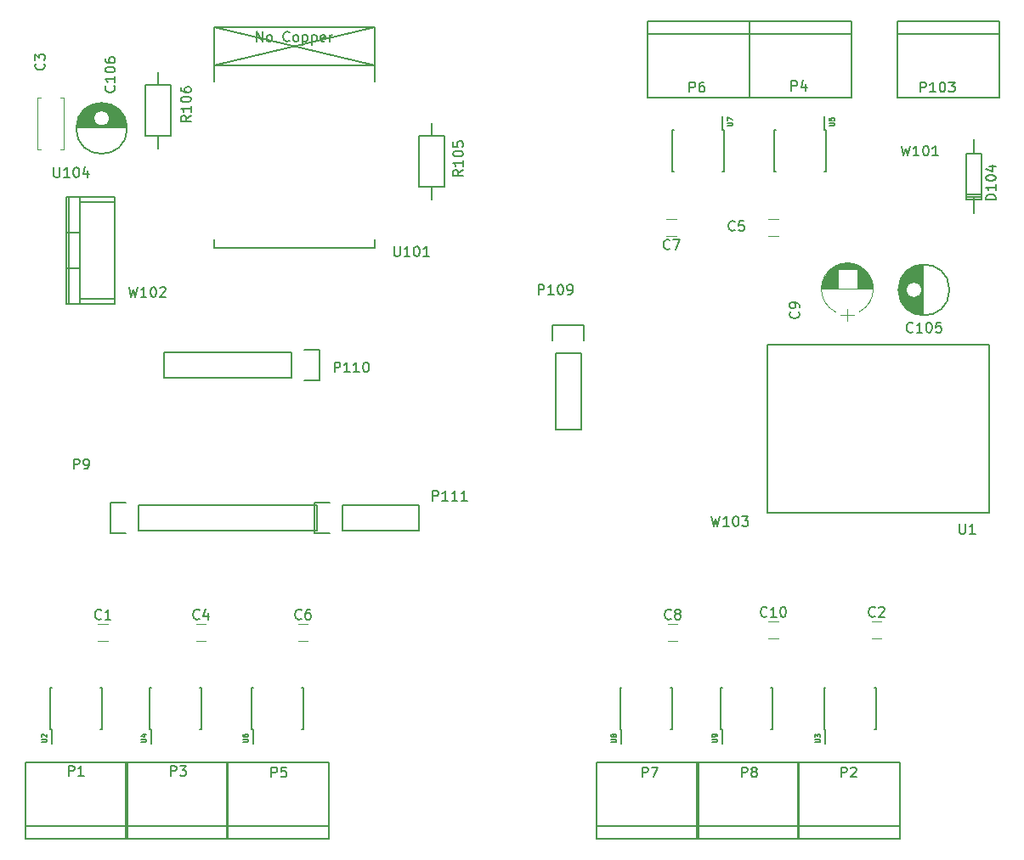
<source format=gbr>
G04 #@! TF.FileFunction,Legend,Top*
%FSLAX46Y46*%
G04 Gerber Fmt 4.6, Leading zero omitted, Abs format (unit mm)*
G04 Created by KiCad (PCBNEW 4.0.7-e2-6376~58~ubuntu16.04.1) date Tue Dec 12 15:57:28 2017*
%MOMM*%
%LPD*%
G01*
G04 APERTURE LIST*
%ADD10C,0.100000*%
%ADD11C,0.150000*%
%ADD12C,0.152400*%
%ADD13C,0.120000*%
%ADD14C,0.127000*%
G04 APERTURE END LIST*
D10*
D11*
X160563000Y-56599000D02*
X160418000Y-56599000D01*
X160563000Y-60749000D02*
X160418000Y-60749000D01*
X155413000Y-60749000D02*
X155558000Y-60749000D01*
X155413000Y-56599000D02*
X155558000Y-56599000D01*
X160563000Y-56599000D02*
X160563000Y-60749000D01*
X155413000Y-56599000D02*
X155413000Y-60749000D01*
X160418000Y-56599000D02*
X160418000Y-55199000D01*
X164846000Y-94742000D02*
X164846000Y-77978000D01*
X164846000Y-77978000D02*
X186944000Y-77978000D01*
X186944000Y-77978000D02*
X186944000Y-94742000D01*
X186944000Y-94742000D02*
X164846000Y-94742000D01*
X177800000Y-46990000D02*
X187960000Y-46990000D01*
X177800000Y-45720000D02*
X177800000Y-53340000D01*
X177800000Y-53340000D02*
X187960000Y-53340000D01*
X187960000Y-53340000D02*
X187960000Y-45720000D01*
X187960000Y-45720000D02*
X177800000Y-45720000D01*
X122555000Y-96520000D02*
X130175000Y-96520000D01*
X122555000Y-93980000D02*
X130175000Y-93980000D01*
X119735000Y-93700000D02*
X121285000Y-93700000D01*
X130175000Y-96520000D02*
X130175000Y-93980000D01*
X122555000Y-93980000D02*
X122555000Y-96520000D01*
X121285000Y-96800000D02*
X119735000Y-96800000D01*
X119735000Y-96800000D02*
X119735000Y-93700000D01*
X96393000Y-63754000D02*
X99822000Y-63754000D01*
X96393000Y-73406000D02*
X99822000Y-73406000D01*
X95250000Y-63246000D02*
X95250000Y-73914000D01*
X96266000Y-66802000D02*
X94996000Y-66802000D01*
X96266000Y-70358000D02*
X94996000Y-70358000D01*
X96393000Y-73914000D02*
X96393000Y-63246000D01*
X99822000Y-63246000D02*
X99822000Y-73914000D01*
X94996000Y-73914000D02*
X99822000Y-73914000D01*
X94996000Y-63246000D02*
X99822000Y-63246000D01*
X94996000Y-63246000D02*
X94996000Y-73914000D01*
D12*
X109800000Y-46300000D02*
X125800000Y-46300000D01*
X125800000Y-46300000D02*
X125800000Y-51700000D01*
X109800000Y-46300000D02*
X109800000Y-51700000D01*
X109800000Y-67500000D02*
X109800000Y-68300000D01*
X109800000Y-68300000D02*
X125800000Y-68300000D01*
X125800000Y-68300000D02*
X125800000Y-67500000D01*
X125800000Y-46300000D02*
X109800000Y-50100000D01*
X109800000Y-46300000D02*
X125800000Y-50100000D01*
X109792000Y-50100000D02*
X125792000Y-50100000D01*
D11*
X180408000Y-75016000D02*
X180408000Y-70018000D01*
X180268000Y-75008000D02*
X180268000Y-72671000D01*
X180268000Y-72363000D02*
X180268000Y-70026000D01*
X180128000Y-74992000D02*
X180128000Y-72990000D01*
X180128000Y-72044000D02*
X180128000Y-70042000D01*
X179988000Y-74968000D02*
X179988000Y-73137000D01*
X179988000Y-71897000D02*
X179988000Y-70066000D01*
X179848000Y-74935000D02*
X179848000Y-73229000D01*
X179848000Y-71805000D02*
X179848000Y-70099000D01*
X179708000Y-74894000D02*
X179708000Y-73285000D01*
X179708000Y-71749000D02*
X179708000Y-70140000D01*
X179568000Y-74844000D02*
X179568000Y-73312000D01*
X179568000Y-71722000D02*
X179568000Y-70190000D01*
X179428000Y-74783000D02*
X179428000Y-73315000D01*
X179428000Y-71719000D02*
X179428000Y-70251000D01*
X179288000Y-74713000D02*
X179288000Y-73293000D01*
X179288000Y-71741000D02*
X179288000Y-70321000D01*
X179148000Y-74631000D02*
X179148000Y-73243000D01*
X179148000Y-71791000D02*
X179148000Y-70403000D01*
X179008000Y-74536000D02*
X179008000Y-73161000D01*
X179008000Y-71873000D02*
X179008000Y-70498000D01*
X178868000Y-74425000D02*
X178868000Y-73029000D01*
X178868000Y-72005000D02*
X178868000Y-70609000D01*
X178728000Y-74297000D02*
X178728000Y-72782000D01*
X178728000Y-72252000D02*
X178728000Y-70737000D01*
X178588000Y-74148000D02*
X178588000Y-70886000D01*
X178448000Y-73969000D02*
X178448000Y-71065000D01*
X178308000Y-73750000D02*
X178308000Y-71284000D01*
X178168000Y-73461000D02*
X178168000Y-71573000D01*
X178028000Y-72989000D02*
X178028000Y-72045000D01*
X180283000Y-72517000D02*
G75*
G03X180283000Y-72517000I-800000J0D01*
G01*
X183020500Y-72517000D02*
G75*
G03X183020500Y-72517000I-2537500J0D01*
G01*
X96053000Y-56329000D02*
X101051000Y-56329000D01*
X96061000Y-56189000D02*
X98398000Y-56189000D01*
X98706000Y-56189000D02*
X101043000Y-56189000D01*
X96077000Y-56049000D02*
X98079000Y-56049000D01*
X99025000Y-56049000D02*
X101027000Y-56049000D01*
X96101000Y-55909000D02*
X97932000Y-55909000D01*
X99172000Y-55909000D02*
X101003000Y-55909000D01*
X96134000Y-55769000D02*
X97840000Y-55769000D01*
X99264000Y-55769000D02*
X100970000Y-55769000D01*
X96175000Y-55629000D02*
X97784000Y-55629000D01*
X99320000Y-55629000D02*
X100929000Y-55629000D01*
X96225000Y-55489000D02*
X97757000Y-55489000D01*
X99347000Y-55489000D02*
X100879000Y-55489000D01*
X96286000Y-55349000D02*
X97754000Y-55349000D01*
X99350000Y-55349000D02*
X100818000Y-55349000D01*
X96356000Y-55209000D02*
X97776000Y-55209000D01*
X99328000Y-55209000D02*
X100748000Y-55209000D01*
X96438000Y-55069000D02*
X97826000Y-55069000D01*
X99278000Y-55069000D02*
X100666000Y-55069000D01*
X96533000Y-54929000D02*
X97908000Y-54929000D01*
X99196000Y-54929000D02*
X100571000Y-54929000D01*
X96644000Y-54789000D02*
X98040000Y-54789000D01*
X99064000Y-54789000D02*
X100460000Y-54789000D01*
X96772000Y-54649000D02*
X98287000Y-54649000D01*
X98817000Y-54649000D02*
X100332000Y-54649000D01*
X96921000Y-54509000D02*
X100183000Y-54509000D01*
X97100000Y-54369000D02*
X100004000Y-54369000D01*
X97319000Y-54229000D02*
X99785000Y-54229000D01*
X97608000Y-54089000D02*
X99496000Y-54089000D01*
X98080000Y-53949000D02*
X99024000Y-53949000D01*
X99352000Y-55404000D02*
G75*
G03X99352000Y-55404000I-800000J0D01*
G01*
X101089500Y-56404000D02*
G75*
G03X101089500Y-56404000I-2537500J0D01*
G01*
X185417460Y-58927480D02*
X185417460Y-57530480D01*
X185417460Y-63372480D02*
X185417460Y-64896480D01*
X184655460Y-62991480D02*
X186179460Y-62991480D01*
X184655460Y-63245480D02*
X186179460Y-63245480D01*
X185417460Y-63499480D02*
X186179460Y-63499480D01*
X186179460Y-63499480D02*
X186179460Y-58927480D01*
X186179460Y-58927480D02*
X184655460Y-58927480D01*
X184655460Y-58927480D02*
X184655460Y-63499480D01*
X184655460Y-63499480D02*
X185417460Y-63499480D01*
X101092000Y-125984000D02*
X90932000Y-125984000D01*
X101092000Y-127254000D02*
X101092000Y-119634000D01*
X101092000Y-119634000D02*
X90932000Y-119634000D01*
X90932000Y-119634000D02*
X90932000Y-127254000D01*
X90932000Y-127254000D02*
X101092000Y-127254000D01*
X102235000Y-93980000D02*
X120015000Y-93980000D01*
X120015000Y-93980000D02*
X120015000Y-96520000D01*
X120015000Y-96520000D02*
X102235000Y-96520000D01*
X99415000Y-93700000D02*
X100965000Y-93700000D01*
X102235000Y-93980000D02*
X102235000Y-96520000D01*
X100965000Y-96800000D02*
X99415000Y-96800000D01*
X99415000Y-96800000D02*
X99415000Y-93700000D01*
X143764000Y-78867000D02*
X143764000Y-86487000D01*
X146304000Y-78867000D02*
X146304000Y-86487000D01*
X146584000Y-76047000D02*
X146584000Y-77597000D01*
X143764000Y-86487000D02*
X146304000Y-86487000D01*
X146304000Y-78867000D02*
X143764000Y-78867000D01*
X143484000Y-77597000D02*
X143484000Y-76047000D01*
X143484000Y-76047000D02*
X146584000Y-76047000D01*
X117475000Y-81280000D02*
X104775000Y-81280000D01*
X104775000Y-81280000D02*
X104775000Y-78740000D01*
X104775000Y-78740000D02*
X117475000Y-78740000D01*
X120295000Y-81560000D02*
X118745000Y-81560000D01*
X117475000Y-81280000D02*
X117475000Y-78740000D01*
X118745000Y-78460000D02*
X120295000Y-78460000D01*
X120295000Y-78460000D02*
X120295000Y-81560000D01*
X130175000Y-62230000D02*
X130175000Y-57150000D01*
X130175000Y-57150000D02*
X132715000Y-57150000D01*
X132715000Y-57150000D02*
X132715000Y-62230000D01*
X132715000Y-62230000D02*
X130175000Y-62230000D01*
X131445000Y-62230000D02*
X131445000Y-63500000D01*
X131445000Y-57150000D02*
X131445000Y-55880000D01*
X102870000Y-57150000D02*
X102870000Y-52070000D01*
X102870000Y-52070000D02*
X105410000Y-52070000D01*
X105410000Y-52070000D02*
X105410000Y-57150000D01*
X105410000Y-57150000D02*
X102870000Y-57150000D01*
X104140000Y-57150000D02*
X104140000Y-58420000D01*
X104140000Y-52070000D02*
X104140000Y-50800000D01*
D13*
X92162000Y-58480000D02*
X92162000Y-53360000D01*
X94782000Y-58480000D02*
X94782000Y-53360000D01*
X92162000Y-58480000D02*
X92476000Y-58480000D01*
X94468000Y-58480000D02*
X94782000Y-58480000D01*
X92162000Y-53360000D02*
X92476000Y-53360000D01*
X94468000Y-53360000D02*
X94782000Y-53360000D01*
X171667277Y-70100278D02*
G75*
G03X171667000Y-74711580I1179723J-2305722D01*
G01*
X174026723Y-70100278D02*
G75*
G02X174027000Y-74711580I-1179723J-2305722D01*
G01*
X174026723Y-70100278D02*
G75*
G03X171667000Y-70100420I-1179723J-2305722D01*
G01*
X170297000Y-72406000D02*
X175397000Y-72406000D01*
X170297000Y-72366000D02*
X171867000Y-72366000D01*
X173827000Y-72366000D02*
X175397000Y-72366000D01*
X170298000Y-72326000D02*
X171867000Y-72326000D01*
X173827000Y-72326000D02*
X175396000Y-72326000D01*
X170299000Y-72286000D02*
X171867000Y-72286000D01*
X173827000Y-72286000D02*
X175395000Y-72286000D01*
X170301000Y-72246000D02*
X171867000Y-72246000D01*
X173827000Y-72246000D02*
X175393000Y-72246000D01*
X170304000Y-72206000D02*
X171867000Y-72206000D01*
X173827000Y-72206000D02*
X175390000Y-72206000D01*
X170308000Y-72166000D02*
X171867000Y-72166000D01*
X173827000Y-72166000D02*
X175386000Y-72166000D01*
X170312000Y-72126000D02*
X171867000Y-72126000D01*
X173827000Y-72126000D02*
X175382000Y-72126000D01*
X170316000Y-72086000D02*
X171867000Y-72086000D01*
X173827000Y-72086000D02*
X175378000Y-72086000D01*
X170322000Y-72046000D02*
X171867000Y-72046000D01*
X173827000Y-72046000D02*
X175372000Y-72046000D01*
X170328000Y-72006000D02*
X171867000Y-72006000D01*
X173827000Y-72006000D02*
X175366000Y-72006000D01*
X170334000Y-71966000D02*
X171867000Y-71966000D01*
X173827000Y-71966000D02*
X175360000Y-71966000D01*
X170341000Y-71926000D02*
X171867000Y-71926000D01*
X173827000Y-71926000D02*
X175353000Y-71926000D01*
X170349000Y-71886000D02*
X171867000Y-71886000D01*
X173827000Y-71886000D02*
X175345000Y-71886000D01*
X170358000Y-71846000D02*
X171867000Y-71846000D01*
X173827000Y-71846000D02*
X175336000Y-71846000D01*
X170367000Y-71806000D02*
X171867000Y-71806000D01*
X173827000Y-71806000D02*
X175327000Y-71806000D01*
X170377000Y-71766000D02*
X171867000Y-71766000D01*
X173827000Y-71766000D02*
X175317000Y-71766000D01*
X170387000Y-71726000D02*
X171867000Y-71726000D01*
X173827000Y-71726000D02*
X175307000Y-71726000D01*
X170399000Y-71685000D02*
X171867000Y-71685000D01*
X173827000Y-71685000D02*
X175295000Y-71685000D01*
X170411000Y-71645000D02*
X171867000Y-71645000D01*
X173827000Y-71645000D02*
X175283000Y-71645000D01*
X170423000Y-71605000D02*
X171867000Y-71605000D01*
X173827000Y-71605000D02*
X175271000Y-71605000D01*
X170437000Y-71565000D02*
X171867000Y-71565000D01*
X173827000Y-71565000D02*
X175257000Y-71565000D01*
X170451000Y-71525000D02*
X171867000Y-71525000D01*
X173827000Y-71525000D02*
X175243000Y-71525000D01*
X170465000Y-71485000D02*
X171867000Y-71485000D01*
X173827000Y-71485000D02*
X175229000Y-71485000D01*
X170481000Y-71445000D02*
X171867000Y-71445000D01*
X173827000Y-71445000D02*
X175213000Y-71445000D01*
X170497000Y-71405000D02*
X171867000Y-71405000D01*
X173827000Y-71405000D02*
X175197000Y-71405000D01*
X170514000Y-71365000D02*
X171867000Y-71365000D01*
X173827000Y-71365000D02*
X175180000Y-71365000D01*
X170532000Y-71325000D02*
X171867000Y-71325000D01*
X173827000Y-71325000D02*
X175162000Y-71325000D01*
X170551000Y-71285000D02*
X171867000Y-71285000D01*
X173827000Y-71285000D02*
X175143000Y-71285000D01*
X170571000Y-71245000D02*
X171867000Y-71245000D01*
X173827000Y-71245000D02*
X175123000Y-71245000D01*
X170591000Y-71205000D02*
X171867000Y-71205000D01*
X173827000Y-71205000D02*
X175103000Y-71205000D01*
X170613000Y-71165000D02*
X171867000Y-71165000D01*
X173827000Y-71165000D02*
X175081000Y-71165000D01*
X170635000Y-71125000D02*
X171867000Y-71125000D01*
X173827000Y-71125000D02*
X175059000Y-71125000D01*
X170658000Y-71085000D02*
X171867000Y-71085000D01*
X173827000Y-71085000D02*
X175036000Y-71085000D01*
X170682000Y-71045000D02*
X171867000Y-71045000D01*
X173827000Y-71045000D02*
X175012000Y-71045000D01*
X170707000Y-71005000D02*
X171867000Y-71005000D01*
X173827000Y-71005000D02*
X174987000Y-71005000D01*
X170734000Y-70965000D02*
X171867000Y-70965000D01*
X173827000Y-70965000D02*
X174960000Y-70965000D01*
X170761000Y-70925000D02*
X171867000Y-70925000D01*
X173827000Y-70925000D02*
X174933000Y-70925000D01*
X170789000Y-70885000D02*
X171867000Y-70885000D01*
X173827000Y-70885000D02*
X174905000Y-70885000D01*
X170819000Y-70845000D02*
X171867000Y-70845000D01*
X173827000Y-70845000D02*
X174875000Y-70845000D01*
X170850000Y-70805000D02*
X171867000Y-70805000D01*
X173827000Y-70805000D02*
X174844000Y-70805000D01*
X170882000Y-70765000D02*
X171867000Y-70765000D01*
X173827000Y-70765000D02*
X174812000Y-70765000D01*
X170915000Y-70725000D02*
X171867000Y-70725000D01*
X173827000Y-70725000D02*
X174779000Y-70725000D01*
X170950000Y-70685000D02*
X171867000Y-70685000D01*
X173827000Y-70685000D02*
X174744000Y-70685000D01*
X170986000Y-70645000D02*
X171867000Y-70645000D01*
X173827000Y-70645000D02*
X174708000Y-70645000D01*
X171024000Y-70605000D02*
X171867000Y-70605000D01*
X173827000Y-70605000D02*
X174670000Y-70605000D01*
X171064000Y-70565000D02*
X171867000Y-70565000D01*
X173827000Y-70565000D02*
X174630000Y-70565000D01*
X171105000Y-70525000D02*
X171867000Y-70525000D01*
X173827000Y-70525000D02*
X174589000Y-70525000D01*
X171148000Y-70485000D02*
X171867000Y-70485000D01*
X173827000Y-70485000D02*
X174546000Y-70485000D01*
X171193000Y-70445000D02*
X171867000Y-70445000D01*
X173827000Y-70445000D02*
X174501000Y-70445000D01*
X171241000Y-70405000D02*
X174453000Y-70405000D01*
X171291000Y-70365000D02*
X174403000Y-70365000D01*
X171343000Y-70325000D02*
X174351000Y-70325000D01*
X171399000Y-70285000D02*
X174295000Y-70285000D01*
X171457000Y-70245000D02*
X174237000Y-70245000D01*
X171520000Y-70205000D02*
X174174000Y-70205000D01*
X171586000Y-70165000D02*
X174108000Y-70165000D01*
X171658000Y-70125000D02*
X174036000Y-70125000D01*
X171735000Y-70085000D02*
X173959000Y-70085000D01*
X171819000Y-70045000D02*
X173875000Y-70045000D01*
X171913000Y-70005000D02*
X173781000Y-70005000D01*
X172018000Y-69965000D02*
X173676000Y-69965000D01*
X172140000Y-69925000D02*
X173554000Y-69925000D01*
X172288000Y-69885000D02*
X173406000Y-69885000D01*
X172493000Y-69845000D02*
X173201000Y-69845000D01*
X172847000Y-75606000D02*
X172847000Y-74406000D01*
X172197000Y-75006000D02*
X173497000Y-75006000D01*
X176268000Y-105576000D02*
X175268000Y-105576000D01*
X175268000Y-107276000D02*
X176268000Y-107276000D01*
X108958000Y-105830000D02*
X107958000Y-105830000D01*
X107958000Y-107530000D02*
X108958000Y-107530000D01*
X164981000Y-67144000D02*
X165981000Y-67144000D01*
X165981000Y-65444000D02*
X164981000Y-65444000D01*
X119118000Y-105830000D02*
X118118000Y-105830000D01*
X118118000Y-107530000D02*
X119118000Y-107530000D01*
X154821000Y-67144000D02*
X155821000Y-67144000D01*
X155821000Y-65444000D02*
X154821000Y-65444000D01*
X155948000Y-105830000D02*
X154948000Y-105830000D01*
X154948000Y-107530000D02*
X155948000Y-107530000D01*
X165981000Y-105576000D02*
X164981000Y-105576000D01*
X164981000Y-107276000D02*
X165981000Y-107276000D01*
D11*
X178054000Y-125984000D02*
X167894000Y-125984000D01*
X178054000Y-127254000D02*
X178054000Y-119634000D01*
X178054000Y-119634000D02*
X167894000Y-119634000D01*
X167894000Y-119634000D02*
X167894000Y-127254000D01*
X167894000Y-127254000D02*
X178054000Y-127254000D01*
X111125000Y-125984000D02*
X100965000Y-125984000D01*
X111125000Y-127254000D02*
X111125000Y-119634000D01*
X111125000Y-119634000D02*
X100965000Y-119634000D01*
X100965000Y-119634000D02*
X100965000Y-127254000D01*
X100965000Y-127254000D02*
X111125000Y-127254000D01*
X163068000Y-46990000D02*
X173228000Y-46990000D01*
X163068000Y-45720000D02*
X163068000Y-53340000D01*
X163068000Y-53340000D02*
X173228000Y-53340000D01*
X173228000Y-53340000D02*
X173228000Y-45720000D01*
X173228000Y-45720000D02*
X163068000Y-45720000D01*
X121158000Y-125984000D02*
X110998000Y-125984000D01*
X121158000Y-127254000D02*
X121158000Y-119634000D01*
X121158000Y-119634000D02*
X110998000Y-119634000D01*
X110998000Y-119634000D02*
X110998000Y-127254000D01*
X110998000Y-127254000D02*
X121158000Y-127254000D01*
X152908000Y-46990000D02*
X163068000Y-46990000D01*
X152908000Y-45720000D02*
X152908000Y-53340000D01*
X152908000Y-53340000D02*
X163068000Y-53340000D01*
X163068000Y-53340000D02*
X163068000Y-45720000D01*
X163068000Y-45720000D02*
X152908000Y-45720000D01*
X157988000Y-125984000D02*
X147828000Y-125984000D01*
X157988000Y-127254000D02*
X157988000Y-119634000D01*
X157988000Y-119634000D02*
X147828000Y-119634000D01*
X147828000Y-119634000D02*
X147828000Y-127254000D01*
X147828000Y-127254000D02*
X157988000Y-127254000D01*
X168021000Y-125984000D02*
X157861000Y-125984000D01*
X168021000Y-127254000D02*
X168021000Y-119634000D01*
X168021000Y-119634000D02*
X157861000Y-119634000D01*
X157861000Y-119634000D02*
X157861000Y-127254000D01*
X157861000Y-127254000D02*
X168021000Y-127254000D01*
X93437000Y-116375000D02*
X93582000Y-116375000D01*
X93437000Y-112225000D02*
X93582000Y-112225000D01*
X98587000Y-112225000D02*
X98442000Y-112225000D01*
X98587000Y-116375000D02*
X98442000Y-116375000D01*
X93437000Y-116375000D02*
X93437000Y-112225000D01*
X98587000Y-116375000D02*
X98587000Y-112225000D01*
X93582000Y-116375000D02*
X93582000Y-117775000D01*
X170526000Y-116375000D02*
X170671000Y-116375000D01*
X170526000Y-112225000D02*
X170671000Y-112225000D01*
X175676000Y-112225000D02*
X175531000Y-112225000D01*
X175676000Y-116375000D02*
X175531000Y-116375000D01*
X170526000Y-116375000D02*
X170526000Y-112225000D01*
X175676000Y-116375000D02*
X175676000Y-112225000D01*
X170671000Y-116375000D02*
X170671000Y-117775000D01*
X103343000Y-116375000D02*
X103488000Y-116375000D01*
X103343000Y-112225000D02*
X103488000Y-112225000D01*
X108493000Y-112225000D02*
X108348000Y-112225000D01*
X108493000Y-116375000D02*
X108348000Y-116375000D01*
X103343000Y-116375000D02*
X103343000Y-112225000D01*
X108493000Y-116375000D02*
X108493000Y-112225000D01*
X103488000Y-116375000D02*
X103488000Y-117775000D01*
X170723000Y-56599000D02*
X170578000Y-56599000D01*
X170723000Y-60749000D02*
X170578000Y-60749000D01*
X165573000Y-60749000D02*
X165718000Y-60749000D01*
X165573000Y-56599000D02*
X165718000Y-56599000D01*
X170723000Y-56599000D02*
X170723000Y-60749000D01*
X165573000Y-56599000D02*
X165573000Y-60749000D01*
X170578000Y-56599000D02*
X170578000Y-55199000D01*
X113503000Y-116375000D02*
X113648000Y-116375000D01*
X113503000Y-112225000D02*
X113648000Y-112225000D01*
X118653000Y-112225000D02*
X118508000Y-112225000D01*
X118653000Y-116375000D02*
X118508000Y-116375000D01*
X113503000Y-116375000D02*
X113503000Y-112225000D01*
X118653000Y-116375000D02*
X118653000Y-112225000D01*
X113648000Y-116375000D02*
X113648000Y-117775000D01*
X150206000Y-116375000D02*
X150351000Y-116375000D01*
X150206000Y-112225000D02*
X150351000Y-112225000D01*
X155356000Y-112225000D02*
X155211000Y-112225000D01*
X155356000Y-116375000D02*
X155211000Y-116375000D01*
X150206000Y-116375000D02*
X150206000Y-112225000D01*
X155356000Y-116375000D02*
X155356000Y-112225000D01*
X150351000Y-116375000D02*
X150351000Y-117775000D01*
X160239000Y-116375000D02*
X160384000Y-116375000D01*
X160239000Y-112225000D02*
X160384000Y-112225000D01*
X165389000Y-112225000D02*
X165244000Y-112225000D01*
X165389000Y-116375000D02*
X165244000Y-116375000D01*
X160239000Y-116375000D02*
X160239000Y-112225000D01*
X165389000Y-116375000D02*
X165389000Y-112225000D01*
X160384000Y-116375000D02*
X160384000Y-117775000D01*
D13*
X99179000Y-105830000D02*
X98179000Y-105830000D01*
X98179000Y-107530000D02*
X99179000Y-107530000D01*
D14*
X160884810Y-56140048D02*
X161296048Y-56140048D01*
X161344429Y-56115857D01*
X161368619Y-56091667D01*
X161392810Y-56043286D01*
X161392810Y-55946524D01*
X161368619Y-55898143D01*
X161344429Y-55873952D01*
X161296048Y-55849762D01*
X160884810Y-55849762D01*
X160884810Y-55656239D02*
X160884810Y-55317572D01*
X161392810Y-55535286D01*
D11*
X184023095Y-95845381D02*
X184023095Y-96654905D01*
X184070714Y-96750143D01*
X184118333Y-96797762D01*
X184213571Y-96845381D01*
X184404048Y-96845381D01*
X184499286Y-96797762D01*
X184546905Y-96750143D01*
X184594524Y-96654905D01*
X184594524Y-95845381D01*
X185594524Y-96845381D02*
X185023095Y-96845381D01*
X185308809Y-96845381D02*
X185308809Y-95845381D01*
X185213571Y-95988238D01*
X185118333Y-96083476D01*
X185023095Y-96131095D01*
X180128524Y-52781381D02*
X180128524Y-51781381D01*
X180509477Y-51781381D01*
X180604715Y-51829000D01*
X180652334Y-51876619D01*
X180699953Y-51971857D01*
X180699953Y-52114714D01*
X180652334Y-52209952D01*
X180604715Y-52257571D01*
X180509477Y-52305190D01*
X180128524Y-52305190D01*
X181652334Y-52781381D02*
X181080905Y-52781381D01*
X181366619Y-52781381D02*
X181366619Y-51781381D01*
X181271381Y-51924238D01*
X181176143Y-52019476D01*
X181080905Y-52067095D01*
X182271381Y-51781381D02*
X182366620Y-51781381D01*
X182461858Y-51829000D01*
X182509477Y-51876619D01*
X182557096Y-51971857D01*
X182604715Y-52162333D01*
X182604715Y-52400429D01*
X182557096Y-52590905D01*
X182509477Y-52686143D01*
X182461858Y-52733762D01*
X182366620Y-52781381D01*
X182271381Y-52781381D01*
X182176143Y-52733762D01*
X182128524Y-52686143D01*
X182080905Y-52590905D01*
X182033286Y-52400429D01*
X182033286Y-52162333D01*
X182080905Y-51971857D01*
X182128524Y-51876619D01*
X182176143Y-51829000D01*
X182271381Y-51781381D01*
X182938048Y-51781381D02*
X183557096Y-51781381D01*
X183223762Y-52162333D01*
X183366620Y-52162333D01*
X183461858Y-52209952D01*
X183509477Y-52257571D01*
X183557096Y-52352810D01*
X183557096Y-52590905D01*
X183509477Y-52686143D01*
X183461858Y-52733762D01*
X183366620Y-52781381D01*
X183080905Y-52781381D01*
X182985667Y-52733762D01*
X182938048Y-52686143D01*
X131532524Y-93543381D02*
X131532524Y-92543381D01*
X131913477Y-92543381D01*
X132008715Y-92591000D01*
X132056334Y-92638619D01*
X132103953Y-92733857D01*
X132103953Y-92876714D01*
X132056334Y-92971952D01*
X132008715Y-93019571D01*
X131913477Y-93067190D01*
X131532524Y-93067190D01*
X133056334Y-93543381D02*
X132484905Y-93543381D01*
X132770619Y-93543381D02*
X132770619Y-92543381D01*
X132675381Y-92686238D01*
X132580143Y-92781476D01*
X132484905Y-92829095D01*
X134008715Y-93543381D02*
X133437286Y-93543381D01*
X133723000Y-93543381D02*
X133723000Y-92543381D01*
X133627762Y-92686238D01*
X133532524Y-92781476D01*
X133437286Y-92829095D01*
X134961096Y-93543381D02*
X134389667Y-93543381D01*
X134675381Y-93543381D02*
X134675381Y-92543381D01*
X134580143Y-92686238D01*
X134484905Y-92781476D01*
X134389667Y-92829095D01*
X93789714Y-60285381D02*
X93789714Y-61094905D01*
X93837333Y-61190143D01*
X93884952Y-61237762D01*
X93980190Y-61285381D01*
X94170667Y-61285381D01*
X94265905Y-61237762D01*
X94313524Y-61190143D01*
X94361143Y-61094905D01*
X94361143Y-60285381D01*
X95361143Y-61285381D02*
X94789714Y-61285381D01*
X95075428Y-61285381D02*
X95075428Y-60285381D01*
X94980190Y-60428238D01*
X94884952Y-60523476D01*
X94789714Y-60571095D01*
X95980190Y-60285381D02*
X96075429Y-60285381D01*
X96170667Y-60333000D01*
X96218286Y-60380619D01*
X96265905Y-60475857D01*
X96313524Y-60666333D01*
X96313524Y-60904429D01*
X96265905Y-61094905D01*
X96218286Y-61190143D01*
X96170667Y-61237762D01*
X96075429Y-61285381D01*
X95980190Y-61285381D01*
X95884952Y-61237762D01*
X95837333Y-61190143D01*
X95789714Y-61094905D01*
X95742095Y-60904429D01*
X95742095Y-60666333D01*
X95789714Y-60475857D01*
X95837333Y-60380619D01*
X95884952Y-60333000D01*
X95980190Y-60285381D01*
X97170667Y-60618714D02*
X97170667Y-61285381D01*
X96932571Y-60237762D02*
X96694476Y-60952048D01*
X97313524Y-60952048D01*
X127698714Y-68159381D02*
X127698714Y-68968905D01*
X127746333Y-69064143D01*
X127793952Y-69111762D01*
X127889190Y-69159381D01*
X128079667Y-69159381D01*
X128174905Y-69111762D01*
X128222524Y-69064143D01*
X128270143Y-68968905D01*
X128270143Y-68159381D01*
X129270143Y-69159381D02*
X128698714Y-69159381D01*
X128984428Y-69159381D02*
X128984428Y-68159381D01*
X128889190Y-68302238D01*
X128793952Y-68397476D01*
X128698714Y-68445095D01*
X129889190Y-68159381D02*
X129984429Y-68159381D01*
X130079667Y-68207000D01*
X130127286Y-68254619D01*
X130174905Y-68349857D01*
X130222524Y-68540333D01*
X130222524Y-68778429D01*
X130174905Y-68968905D01*
X130127286Y-69064143D01*
X130079667Y-69111762D01*
X129984429Y-69159381D01*
X129889190Y-69159381D01*
X129793952Y-69111762D01*
X129746333Y-69064143D01*
X129698714Y-68968905D01*
X129651095Y-68778429D01*
X129651095Y-68540333D01*
X129698714Y-68349857D01*
X129746333Y-68254619D01*
X129793952Y-68207000D01*
X129889190Y-68159381D01*
X131174905Y-69159381D02*
X130603476Y-69159381D01*
X130889190Y-69159381D02*
X130889190Y-68159381D01*
X130793952Y-68302238D01*
X130698714Y-68397476D01*
X130603476Y-68445095D01*
X113977714Y-47752381D02*
X113977714Y-46752381D01*
X114549143Y-47752381D01*
X114549143Y-46752381D01*
X115168190Y-47752381D02*
X115072952Y-47704762D01*
X115025333Y-47657143D01*
X114977714Y-47561905D01*
X114977714Y-47276190D01*
X115025333Y-47180952D01*
X115072952Y-47133333D01*
X115168190Y-47085714D01*
X115311048Y-47085714D01*
X115406286Y-47133333D01*
X115453905Y-47180952D01*
X115501524Y-47276190D01*
X115501524Y-47561905D01*
X115453905Y-47657143D01*
X115406286Y-47704762D01*
X115311048Y-47752381D01*
X115168190Y-47752381D01*
X117263429Y-47657143D02*
X117215810Y-47704762D01*
X117072953Y-47752381D01*
X116977715Y-47752381D01*
X116834857Y-47704762D01*
X116739619Y-47609524D01*
X116692000Y-47514286D01*
X116644381Y-47323810D01*
X116644381Y-47180952D01*
X116692000Y-46990476D01*
X116739619Y-46895238D01*
X116834857Y-46800000D01*
X116977715Y-46752381D01*
X117072953Y-46752381D01*
X117215810Y-46800000D01*
X117263429Y-46847619D01*
X117834857Y-47752381D02*
X117739619Y-47704762D01*
X117692000Y-47657143D01*
X117644381Y-47561905D01*
X117644381Y-47276190D01*
X117692000Y-47180952D01*
X117739619Y-47133333D01*
X117834857Y-47085714D01*
X117977715Y-47085714D01*
X118072953Y-47133333D01*
X118120572Y-47180952D01*
X118168191Y-47276190D01*
X118168191Y-47561905D01*
X118120572Y-47657143D01*
X118072953Y-47704762D01*
X117977715Y-47752381D01*
X117834857Y-47752381D01*
X118596762Y-47085714D02*
X118596762Y-48085714D01*
X118596762Y-47133333D02*
X118692000Y-47085714D01*
X118882477Y-47085714D01*
X118977715Y-47133333D01*
X119025334Y-47180952D01*
X119072953Y-47276190D01*
X119072953Y-47561905D01*
X119025334Y-47657143D01*
X118977715Y-47704762D01*
X118882477Y-47752381D01*
X118692000Y-47752381D01*
X118596762Y-47704762D01*
X119501524Y-47085714D02*
X119501524Y-48085714D01*
X119501524Y-47133333D02*
X119596762Y-47085714D01*
X119787239Y-47085714D01*
X119882477Y-47133333D01*
X119930096Y-47180952D01*
X119977715Y-47276190D01*
X119977715Y-47561905D01*
X119930096Y-47657143D01*
X119882477Y-47704762D01*
X119787239Y-47752381D01*
X119596762Y-47752381D01*
X119501524Y-47704762D01*
X120787239Y-47704762D02*
X120692001Y-47752381D01*
X120501524Y-47752381D01*
X120406286Y-47704762D01*
X120358667Y-47609524D01*
X120358667Y-47228571D01*
X120406286Y-47133333D01*
X120501524Y-47085714D01*
X120692001Y-47085714D01*
X120787239Y-47133333D01*
X120834858Y-47228571D01*
X120834858Y-47323810D01*
X120358667Y-47419048D01*
X121263429Y-47752381D02*
X121263429Y-47085714D01*
X121263429Y-47276190D02*
X121311048Y-47180952D01*
X121358667Y-47133333D01*
X121453905Y-47085714D01*
X121549144Y-47085714D01*
X179363953Y-76674143D02*
X179316334Y-76721762D01*
X179173477Y-76769381D01*
X179078239Y-76769381D01*
X178935381Y-76721762D01*
X178840143Y-76626524D01*
X178792524Y-76531286D01*
X178744905Y-76340810D01*
X178744905Y-76197952D01*
X178792524Y-76007476D01*
X178840143Y-75912238D01*
X178935381Y-75817000D01*
X179078239Y-75769381D01*
X179173477Y-75769381D01*
X179316334Y-75817000D01*
X179363953Y-75864619D01*
X180316334Y-76769381D02*
X179744905Y-76769381D01*
X180030619Y-76769381D02*
X180030619Y-75769381D01*
X179935381Y-75912238D01*
X179840143Y-76007476D01*
X179744905Y-76055095D01*
X180935381Y-75769381D02*
X181030620Y-75769381D01*
X181125858Y-75817000D01*
X181173477Y-75864619D01*
X181221096Y-75959857D01*
X181268715Y-76150333D01*
X181268715Y-76388429D01*
X181221096Y-76578905D01*
X181173477Y-76674143D01*
X181125858Y-76721762D01*
X181030620Y-76769381D01*
X180935381Y-76769381D01*
X180840143Y-76721762D01*
X180792524Y-76674143D01*
X180744905Y-76578905D01*
X180697286Y-76388429D01*
X180697286Y-76150333D01*
X180744905Y-75959857D01*
X180792524Y-75864619D01*
X180840143Y-75817000D01*
X180935381Y-75769381D01*
X182173477Y-75769381D02*
X181697286Y-75769381D01*
X181649667Y-76245571D01*
X181697286Y-76197952D01*
X181792524Y-76150333D01*
X182030620Y-76150333D01*
X182125858Y-76197952D01*
X182173477Y-76245571D01*
X182221096Y-76340810D01*
X182221096Y-76578905D01*
X182173477Y-76674143D01*
X182125858Y-76721762D01*
X182030620Y-76769381D01*
X181792524Y-76769381D01*
X181697286Y-76721762D01*
X181649667Y-76674143D01*
X99798143Y-52173047D02*
X99845762Y-52220666D01*
X99893381Y-52363523D01*
X99893381Y-52458761D01*
X99845762Y-52601619D01*
X99750524Y-52696857D01*
X99655286Y-52744476D01*
X99464810Y-52792095D01*
X99321952Y-52792095D01*
X99131476Y-52744476D01*
X99036238Y-52696857D01*
X98941000Y-52601619D01*
X98893381Y-52458761D01*
X98893381Y-52363523D01*
X98941000Y-52220666D01*
X98988619Y-52173047D01*
X99893381Y-51220666D02*
X99893381Y-51792095D01*
X99893381Y-51506381D02*
X98893381Y-51506381D01*
X99036238Y-51601619D01*
X99131476Y-51696857D01*
X99179095Y-51792095D01*
X98893381Y-50601619D02*
X98893381Y-50506380D01*
X98941000Y-50411142D01*
X98988619Y-50363523D01*
X99083857Y-50315904D01*
X99274333Y-50268285D01*
X99512429Y-50268285D01*
X99702905Y-50315904D01*
X99798143Y-50363523D01*
X99845762Y-50411142D01*
X99893381Y-50506380D01*
X99893381Y-50601619D01*
X99845762Y-50696857D01*
X99798143Y-50744476D01*
X99702905Y-50792095D01*
X99512429Y-50839714D01*
X99274333Y-50839714D01*
X99083857Y-50792095D01*
X98988619Y-50744476D01*
X98941000Y-50696857D01*
X98893381Y-50601619D01*
X98893381Y-49411142D02*
X98893381Y-49601619D01*
X98941000Y-49696857D01*
X98988619Y-49744476D01*
X99131476Y-49839714D01*
X99321952Y-49887333D01*
X99702905Y-49887333D01*
X99798143Y-49839714D01*
X99845762Y-49792095D01*
X99893381Y-49696857D01*
X99893381Y-49506380D01*
X99845762Y-49411142D01*
X99798143Y-49363523D01*
X99702905Y-49315904D01*
X99464810Y-49315904D01*
X99369571Y-49363523D01*
X99321952Y-49411142D01*
X99274333Y-49506380D01*
X99274333Y-49696857D01*
X99321952Y-49792095D01*
X99369571Y-49839714D01*
X99464810Y-49887333D01*
X187650381Y-63539476D02*
X186650381Y-63539476D01*
X186650381Y-63301381D01*
X186698000Y-63158523D01*
X186793238Y-63063285D01*
X186888476Y-63015666D01*
X187078952Y-62968047D01*
X187221810Y-62968047D01*
X187412286Y-63015666D01*
X187507524Y-63063285D01*
X187602762Y-63158523D01*
X187650381Y-63301381D01*
X187650381Y-63539476D01*
X187650381Y-62015666D02*
X187650381Y-62587095D01*
X187650381Y-62301381D02*
X186650381Y-62301381D01*
X186793238Y-62396619D01*
X186888476Y-62491857D01*
X186936095Y-62587095D01*
X186650381Y-61396619D02*
X186650381Y-61301380D01*
X186698000Y-61206142D01*
X186745619Y-61158523D01*
X186840857Y-61110904D01*
X187031333Y-61063285D01*
X187269429Y-61063285D01*
X187459905Y-61110904D01*
X187555143Y-61158523D01*
X187602762Y-61206142D01*
X187650381Y-61301380D01*
X187650381Y-61396619D01*
X187602762Y-61491857D01*
X187555143Y-61539476D01*
X187459905Y-61587095D01*
X187269429Y-61634714D01*
X187031333Y-61634714D01*
X186840857Y-61587095D01*
X186745619Y-61539476D01*
X186698000Y-61491857D01*
X186650381Y-61396619D01*
X186983714Y-60206142D02*
X187650381Y-60206142D01*
X186602762Y-60444238D02*
X187317048Y-60682333D01*
X187317048Y-60063285D01*
X95273905Y-120975381D02*
X95273905Y-119975381D01*
X95654858Y-119975381D01*
X95750096Y-120023000D01*
X95797715Y-120070619D01*
X95845334Y-120165857D01*
X95845334Y-120308714D01*
X95797715Y-120403952D01*
X95750096Y-120451571D01*
X95654858Y-120499190D01*
X95273905Y-120499190D01*
X96797715Y-120975381D02*
X96226286Y-120975381D01*
X96512000Y-120975381D02*
X96512000Y-119975381D01*
X96416762Y-120118238D01*
X96321524Y-120213476D01*
X96226286Y-120261095D01*
X95781905Y-90368381D02*
X95781905Y-89368381D01*
X96162858Y-89368381D01*
X96258096Y-89416000D01*
X96305715Y-89463619D01*
X96353334Y-89558857D01*
X96353334Y-89701714D01*
X96305715Y-89796952D01*
X96258096Y-89844571D01*
X96162858Y-89892190D01*
X95781905Y-89892190D01*
X96829524Y-90368381D02*
X97020000Y-90368381D01*
X97115239Y-90320762D01*
X97162858Y-90273143D01*
X97258096Y-90130286D01*
X97305715Y-89939810D01*
X97305715Y-89558857D01*
X97258096Y-89463619D01*
X97210477Y-89416000D01*
X97115239Y-89368381D01*
X96924762Y-89368381D01*
X96829524Y-89416000D01*
X96781905Y-89463619D01*
X96734286Y-89558857D01*
X96734286Y-89796952D01*
X96781905Y-89892190D01*
X96829524Y-89939810D01*
X96924762Y-89987429D01*
X97115239Y-89987429D01*
X97210477Y-89939810D01*
X97258096Y-89892190D01*
X97305715Y-89796952D01*
X142073524Y-72969381D02*
X142073524Y-71969381D01*
X142454477Y-71969381D01*
X142549715Y-72017000D01*
X142597334Y-72064619D01*
X142644953Y-72159857D01*
X142644953Y-72302714D01*
X142597334Y-72397952D01*
X142549715Y-72445571D01*
X142454477Y-72493190D01*
X142073524Y-72493190D01*
X143597334Y-72969381D02*
X143025905Y-72969381D01*
X143311619Y-72969381D02*
X143311619Y-71969381D01*
X143216381Y-72112238D01*
X143121143Y-72207476D01*
X143025905Y-72255095D01*
X144216381Y-71969381D02*
X144311620Y-71969381D01*
X144406858Y-72017000D01*
X144454477Y-72064619D01*
X144502096Y-72159857D01*
X144549715Y-72350333D01*
X144549715Y-72588429D01*
X144502096Y-72778905D01*
X144454477Y-72874143D01*
X144406858Y-72921762D01*
X144311620Y-72969381D01*
X144216381Y-72969381D01*
X144121143Y-72921762D01*
X144073524Y-72874143D01*
X144025905Y-72778905D01*
X143978286Y-72588429D01*
X143978286Y-72350333D01*
X144025905Y-72159857D01*
X144073524Y-72064619D01*
X144121143Y-72017000D01*
X144216381Y-71969381D01*
X145025905Y-72969381D02*
X145216381Y-72969381D01*
X145311620Y-72921762D01*
X145359239Y-72874143D01*
X145454477Y-72731286D01*
X145502096Y-72540810D01*
X145502096Y-72159857D01*
X145454477Y-72064619D01*
X145406858Y-72017000D01*
X145311620Y-71969381D01*
X145121143Y-71969381D01*
X145025905Y-72017000D01*
X144978286Y-72064619D01*
X144930667Y-72159857D01*
X144930667Y-72397952D01*
X144978286Y-72493190D01*
X145025905Y-72540810D01*
X145121143Y-72588429D01*
X145311620Y-72588429D01*
X145406858Y-72540810D01*
X145454477Y-72493190D01*
X145502096Y-72397952D01*
X121753524Y-80716381D02*
X121753524Y-79716381D01*
X122134477Y-79716381D01*
X122229715Y-79764000D01*
X122277334Y-79811619D01*
X122324953Y-79906857D01*
X122324953Y-80049714D01*
X122277334Y-80144952D01*
X122229715Y-80192571D01*
X122134477Y-80240190D01*
X121753524Y-80240190D01*
X123277334Y-80716381D02*
X122705905Y-80716381D01*
X122991619Y-80716381D02*
X122991619Y-79716381D01*
X122896381Y-79859238D01*
X122801143Y-79954476D01*
X122705905Y-80002095D01*
X124229715Y-80716381D02*
X123658286Y-80716381D01*
X123944000Y-80716381D02*
X123944000Y-79716381D01*
X123848762Y-79859238D01*
X123753524Y-79954476D01*
X123658286Y-80002095D01*
X124848762Y-79716381D02*
X124944001Y-79716381D01*
X125039239Y-79764000D01*
X125086858Y-79811619D01*
X125134477Y-79906857D01*
X125182096Y-80097333D01*
X125182096Y-80335429D01*
X125134477Y-80525905D01*
X125086858Y-80621143D01*
X125039239Y-80668762D01*
X124944001Y-80716381D01*
X124848762Y-80716381D01*
X124753524Y-80668762D01*
X124705905Y-80621143D01*
X124658286Y-80525905D01*
X124610667Y-80335429D01*
X124610667Y-80097333D01*
X124658286Y-79906857D01*
X124705905Y-79811619D01*
X124753524Y-79764000D01*
X124848762Y-79716381D01*
X134564381Y-60555047D02*
X134088190Y-60888381D01*
X134564381Y-61126476D02*
X133564381Y-61126476D01*
X133564381Y-60745523D01*
X133612000Y-60650285D01*
X133659619Y-60602666D01*
X133754857Y-60555047D01*
X133897714Y-60555047D01*
X133992952Y-60602666D01*
X134040571Y-60650285D01*
X134088190Y-60745523D01*
X134088190Y-61126476D01*
X134564381Y-59602666D02*
X134564381Y-60174095D01*
X134564381Y-59888381D02*
X133564381Y-59888381D01*
X133707238Y-59983619D01*
X133802476Y-60078857D01*
X133850095Y-60174095D01*
X133564381Y-58983619D02*
X133564381Y-58888380D01*
X133612000Y-58793142D01*
X133659619Y-58745523D01*
X133754857Y-58697904D01*
X133945333Y-58650285D01*
X134183429Y-58650285D01*
X134373905Y-58697904D01*
X134469143Y-58745523D01*
X134516762Y-58793142D01*
X134564381Y-58888380D01*
X134564381Y-58983619D01*
X134516762Y-59078857D01*
X134469143Y-59126476D01*
X134373905Y-59174095D01*
X134183429Y-59221714D01*
X133945333Y-59221714D01*
X133754857Y-59174095D01*
X133659619Y-59126476D01*
X133612000Y-59078857D01*
X133564381Y-58983619D01*
X133564381Y-57745523D02*
X133564381Y-58221714D01*
X134040571Y-58269333D01*
X133992952Y-58221714D01*
X133945333Y-58126476D01*
X133945333Y-57888380D01*
X133992952Y-57793142D01*
X134040571Y-57745523D01*
X134135810Y-57697904D01*
X134373905Y-57697904D01*
X134469143Y-57745523D01*
X134516762Y-57793142D01*
X134564381Y-57888380D01*
X134564381Y-58126476D01*
X134516762Y-58221714D01*
X134469143Y-58269333D01*
X107452381Y-55119047D02*
X106976190Y-55452381D01*
X107452381Y-55690476D02*
X106452381Y-55690476D01*
X106452381Y-55309523D01*
X106500000Y-55214285D01*
X106547619Y-55166666D01*
X106642857Y-55119047D01*
X106785714Y-55119047D01*
X106880952Y-55166666D01*
X106928571Y-55214285D01*
X106976190Y-55309523D01*
X106976190Y-55690476D01*
X107452381Y-54166666D02*
X107452381Y-54738095D01*
X107452381Y-54452381D02*
X106452381Y-54452381D01*
X106595238Y-54547619D01*
X106690476Y-54642857D01*
X106738095Y-54738095D01*
X106452381Y-53547619D02*
X106452381Y-53452380D01*
X106500000Y-53357142D01*
X106547619Y-53309523D01*
X106642857Y-53261904D01*
X106833333Y-53214285D01*
X107071429Y-53214285D01*
X107261905Y-53261904D01*
X107357143Y-53309523D01*
X107404762Y-53357142D01*
X107452381Y-53452380D01*
X107452381Y-53547619D01*
X107404762Y-53642857D01*
X107357143Y-53690476D01*
X107261905Y-53738095D01*
X107071429Y-53785714D01*
X106833333Y-53785714D01*
X106642857Y-53738095D01*
X106547619Y-53690476D01*
X106500000Y-53642857D01*
X106452381Y-53547619D01*
X106452381Y-52357142D02*
X106452381Y-52547619D01*
X106500000Y-52642857D01*
X106547619Y-52690476D01*
X106690476Y-52785714D01*
X106880952Y-52833333D01*
X107261905Y-52833333D01*
X107357143Y-52785714D01*
X107404762Y-52738095D01*
X107452381Y-52642857D01*
X107452381Y-52452380D01*
X107404762Y-52357142D01*
X107357143Y-52309523D01*
X107261905Y-52261904D01*
X107023810Y-52261904D01*
X106928571Y-52309523D01*
X106880952Y-52357142D01*
X106833333Y-52452380D01*
X106833333Y-52642857D01*
X106880952Y-52738095D01*
X106928571Y-52785714D01*
X107023810Y-52833333D01*
X178228857Y-58126381D02*
X178466952Y-59126381D01*
X178657429Y-58412095D01*
X178847905Y-59126381D01*
X179086000Y-58126381D01*
X179990762Y-59126381D02*
X179419333Y-59126381D01*
X179705047Y-59126381D02*
X179705047Y-58126381D01*
X179609809Y-58269238D01*
X179514571Y-58364476D01*
X179419333Y-58412095D01*
X180609809Y-58126381D02*
X180705048Y-58126381D01*
X180800286Y-58174000D01*
X180847905Y-58221619D01*
X180895524Y-58316857D01*
X180943143Y-58507333D01*
X180943143Y-58745429D01*
X180895524Y-58935905D01*
X180847905Y-59031143D01*
X180800286Y-59078762D01*
X180705048Y-59126381D01*
X180609809Y-59126381D01*
X180514571Y-59078762D01*
X180466952Y-59031143D01*
X180419333Y-58935905D01*
X180371714Y-58745429D01*
X180371714Y-58507333D01*
X180419333Y-58316857D01*
X180466952Y-58221619D01*
X180514571Y-58174000D01*
X180609809Y-58126381D01*
X181895524Y-59126381D02*
X181324095Y-59126381D01*
X181609809Y-59126381D02*
X181609809Y-58126381D01*
X181514571Y-58269238D01*
X181419333Y-58364476D01*
X181324095Y-58412095D01*
X101266857Y-72223381D02*
X101504952Y-73223381D01*
X101695429Y-72509095D01*
X101885905Y-73223381D01*
X102124000Y-72223381D01*
X103028762Y-73223381D02*
X102457333Y-73223381D01*
X102743047Y-73223381D02*
X102743047Y-72223381D01*
X102647809Y-72366238D01*
X102552571Y-72461476D01*
X102457333Y-72509095D01*
X103647809Y-72223381D02*
X103743048Y-72223381D01*
X103838286Y-72271000D01*
X103885905Y-72318619D01*
X103933524Y-72413857D01*
X103981143Y-72604333D01*
X103981143Y-72842429D01*
X103933524Y-73032905D01*
X103885905Y-73128143D01*
X103838286Y-73175762D01*
X103743048Y-73223381D01*
X103647809Y-73223381D01*
X103552571Y-73175762D01*
X103504952Y-73128143D01*
X103457333Y-73032905D01*
X103409714Y-72842429D01*
X103409714Y-72604333D01*
X103457333Y-72413857D01*
X103504952Y-72318619D01*
X103552571Y-72271000D01*
X103647809Y-72223381D01*
X104362095Y-72318619D02*
X104409714Y-72271000D01*
X104504952Y-72223381D01*
X104743048Y-72223381D01*
X104838286Y-72271000D01*
X104885905Y-72318619D01*
X104933524Y-72413857D01*
X104933524Y-72509095D01*
X104885905Y-72651952D01*
X104314476Y-73223381D01*
X104933524Y-73223381D01*
X92813143Y-49950666D02*
X92860762Y-49998285D01*
X92908381Y-50141142D01*
X92908381Y-50236380D01*
X92860762Y-50379238D01*
X92765524Y-50474476D01*
X92670286Y-50522095D01*
X92479810Y-50569714D01*
X92336952Y-50569714D01*
X92146476Y-50522095D01*
X92051238Y-50474476D01*
X91956000Y-50379238D01*
X91908381Y-50236380D01*
X91908381Y-50141142D01*
X91956000Y-49998285D01*
X92003619Y-49950666D01*
X91908381Y-49617333D02*
X91908381Y-48998285D01*
X92289333Y-49331619D01*
X92289333Y-49188761D01*
X92336952Y-49093523D01*
X92384571Y-49045904D01*
X92479810Y-48998285D01*
X92717905Y-48998285D01*
X92813143Y-49045904D01*
X92860762Y-49093523D01*
X92908381Y-49188761D01*
X92908381Y-49474476D01*
X92860762Y-49569714D01*
X92813143Y-49617333D01*
X159305857Y-95083381D02*
X159543952Y-96083381D01*
X159734429Y-95369095D01*
X159924905Y-96083381D01*
X160163000Y-95083381D01*
X161067762Y-96083381D02*
X160496333Y-96083381D01*
X160782047Y-96083381D02*
X160782047Y-95083381D01*
X160686809Y-95226238D01*
X160591571Y-95321476D01*
X160496333Y-95369095D01*
X161686809Y-95083381D02*
X161782048Y-95083381D01*
X161877286Y-95131000D01*
X161924905Y-95178619D01*
X161972524Y-95273857D01*
X162020143Y-95464333D01*
X162020143Y-95702429D01*
X161972524Y-95892905D01*
X161924905Y-95988143D01*
X161877286Y-96035762D01*
X161782048Y-96083381D01*
X161686809Y-96083381D01*
X161591571Y-96035762D01*
X161543952Y-95988143D01*
X161496333Y-95892905D01*
X161448714Y-95702429D01*
X161448714Y-95464333D01*
X161496333Y-95273857D01*
X161543952Y-95178619D01*
X161591571Y-95131000D01*
X161686809Y-95083381D01*
X162353476Y-95083381D02*
X162972524Y-95083381D01*
X162639190Y-95464333D01*
X162782048Y-95464333D01*
X162877286Y-95511952D01*
X162924905Y-95559571D01*
X162972524Y-95654810D01*
X162972524Y-95892905D01*
X162924905Y-95988143D01*
X162877286Y-96035762D01*
X162782048Y-96083381D01*
X162496333Y-96083381D01*
X162401095Y-96035762D01*
X162353476Y-95988143D01*
X167997143Y-74715666D02*
X168044762Y-74763285D01*
X168092381Y-74906142D01*
X168092381Y-75001380D01*
X168044762Y-75144238D01*
X167949524Y-75239476D01*
X167854286Y-75287095D01*
X167663810Y-75334714D01*
X167520952Y-75334714D01*
X167330476Y-75287095D01*
X167235238Y-75239476D01*
X167140000Y-75144238D01*
X167092381Y-75001380D01*
X167092381Y-74906142D01*
X167140000Y-74763285D01*
X167187619Y-74715666D01*
X168092381Y-74239476D02*
X168092381Y-74049000D01*
X168044762Y-73953761D01*
X167997143Y-73906142D01*
X167854286Y-73810904D01*
X167663810Y-73763285D01*
X167282857Y-73763285D01*
X167187619Y-73810904D01*
X167140000Y-73858523D01*
X167092381Y-73953761D01*
X167092381Y-74144238D01*
X167140000Y-74239476D01*
X167187619Y-74287095D01*
X167282857Y-74334714D01*
X167520952Y-74334714D01*
X167616190Y-74287095D01*
X167663810Y-74239476D01*
X167711429Y-74144238D01*
X167711429Y-73953761D01*
X167663810Y-73858523D01*
X167616190Y-73810904D01*
X167520952Y-73763285D01*
X175601334Y-105033143D02*
X175553715Y-105080762D01*
X175410858Y-105128381D01*
X175315620Y-105128381D01*
X175172762Y-105080762D01*
X175077524Y-104985524D01*
X175029905Y-104890286D01*
X174982286Y-104699810D01*
X174982286Y-104556952D01*
X175029905Y-104366476D01*
X175077524Y-104271238D01*
X175172762Y-104176000D01*
X175315620Y-104128381D01*
X175410858Y-104128381D01*
X175553715Y-104176000D01*
X175601334Y-104223619D01*
X175982286Y-104223619D02*
X176029905Y-104176000D01*
X176125143Y-104128381D01*
X176363239Y-104128381D01*
X176458477Y-104176000D01*
X176506096Y-104223619D01*
X176553715Y-104318857D01*
X176553715Y-104414095D01*
X176506096Y-104556952D01*
X175934667Y-105128381D01*
X176553715Y-105128381D01*
X108291334Y-105287143D02*
X108243715Y-105334762D01*
X108100858Y-105382381D01*
X108005620Y-105382381D01*
X107862762Y-105334762D01*
X107767524Y-105239524D01*
X107719905Y-105144286D01*
X107672286Y-104953810D01*
X107672286Y-104810952D01*
X107719905Y-104620476D01*
X107767524Y-104525238D01*
X107862762Y-104430000D01*
X108005620Y-104382381D01*
X108100858Y-104382381D01*
X108243715Y-104430000D01*
X108291334Y-104477619D01*
X109148477Y-104715714D02*
X109148477Y-105382381D01*
X108910381Y-104334762D02*
X108672286Y-105049048D01*
X109291334Y-105049048D01*
X161631334Y-66524143D02*
X161583715Y-66571762D01*
X161440858Y-66619381D01*
X161345620Y-66619381D01*
X161202762Y-66571762D01*
X161107524Y-66476524D01*
X161059905Y-66381286D01*
X161012286Y-66190810D01*
X161012286Y-66047952D01*
X161059905Y-65857476D01*
X161107524Y-65762238D01*
X161202762Y-65667000D01*
X161345620Y-65619381D01*
X161440858Y-65619381D01*
X161583715Y-65667000D01*
X161631334Y-65714619D01*
X162536096Y-65619381D02*
X162059905Y-65619381D01*
X162012286Y-66095571D01*
X162059905Y-66047952D01*
X162155143Y-66000333D01*
X162393239Y-66000333D01*
X162488477Y-66047952D01*
X162536096Y-66095571D01*
X162583715Y-66190810D01*
X162583715Y-66428905D01*
X162536096Y-66524143D01*
X162488477Y-66571762D01*
X162393239Y-66619381D01*
X162155143Y-66619381D01*
X162059905Y-66571762D01*
X162012286Y-66524143D01*
X118451334Y-105287143D02*
X118403715Y-105334762D01*
X118260858Y-105382381D01*
X118165620Y-105382381D01*
X118022762Y-105334762D01*
X117927524Y-105239524D01*
X117879905Y-105144286D01*
X117832286Y-104953810D01*
X117832286Y-104810952D01*
X117879905Y-104620476D01*
X117927524Y-104525238D01*
X118022762Y-104430000D01*
X118165620Y-104382381D01*
X118260858Y-104382381D01*
X118403715Y-104430000D01*
X118451334Y-104477619D01*
X119308477Y-104382381D02*
X119118000Y-104382381D01*
X119022762Y-104430000D01*
X118975143Y-104477619D01*
X118879905Y-104620476D01*
X118832286Y-104810952D01*
X118832286Y-105191905D01*
X118879905Y-105287143D01*
X118927524Y-105334762D01*
X119022762Y-105382381D01*
X119213239Y-105382381D01*
X119308477Y-105334762D01*
X119356096Y-105287143D01*
X119403715Y-105191905D01*
X119403715Y-104953810D01*
X119356096Y-104858571D01*
X119308477Y-104810952D01*
X119213239Y-104763333D01*
X119022762Y-104763333D01*
X118927524Y-104810952D01*
X118879905Y-104858571D01*
X118832286Y-104953810D01*
X155154334Y-68401143D02*
X155106715Y-68448762D01*
X154963858Y-68496381D01*
X154868620Y-68496381D01*
X154725762Y-68448762D01*
X154630524Y-68353524D01*
X154582905Y-68258286D01*
X154535286Y-68067810D01*
X154535286Y-67924952D01*
X154582905Y-67734476D01*
X154630524Y-67639238D01*
X154725762Y-67544000D01*
X154868620Y-67496381D01*
X154963858Y-67496381D01*
X155106715Y-67544000D01*
X155154334Y-67591619D01*
X155487667Y-67496381D02*
X156154334Y-67496381D01*
X155725762Y-68496381D01*
X155281334Y-105287143D02*
X155233715Y-105334762D01*
X155090858Y-105382381D01*
X154995620Y-105382381D01*
X154852762Y-105334762D01*
X154757524Y-105239524D01*
X154709905Y-105144286D01*
X154662286Y-104953810D01*
X154662286Y-104810952D01*
X154709905Y-104620476D01*
X154757524Y-104525238D01*
X154852762Y-104430000D01*
X154995620Y-104382381D01*
X155090858Y-104382381D01*
X155233715Y-104430000D01*
X155281334Y-104477619D01*
X155852762Y-104810952D02*
X155757524Y-104763333D01*
X155709905Y-104715714D01*
X155662286Y-104620476D01*
X155662286Y-104572857D01*
X155709905Y-104477619D01*
X155757524Y-104430000D01*
X155852762Y-104382381D01*
X156043239Y-104382381D01*
X156138477Y-104430000D01*
X156186096Y-104477619D01*
X156233715Y-104572857D01*
X156233715Y-104620476D01*
X156186096Y-104715714D01*
X156138477Y-104763333D01*
X156043239Y-104810952D01*
X155852762Y-104810952D01*
X155757524Y-104858571D01*
X155709905Y-104906190D01*
X155662286Y-105001429D01*
X155662286Y-105191905D01*
X155709905Y-105287143D01*
X155757524Y-105334762D01*
X155852762Y-105382381D01*
X156043239Y-105382381D01*
X156138477Y-105334762D01*
X156186096Y-105287143D01*
X156233715Y-105191905D01*
X156233715Y-105001429D01*
X156186096Y-104906190D01*
X156138477Y-104858571D01*
X156043239Y-104810952D01*
X164838143Y-105033143D02*
X164790524Y-105080762D01*
X164647667Y-105128381D01*
X164552429Y-105128381D01*
X164409571Y-105080762D01*
X164314333Y-104985524D01*
X164266714Y-104890286D01*
X164219095Y-104699810D01*
X164219095Y-104556952D01*
X164266714Y-104366476D01*
X164314333Y-104271238D01*
X164409571Y-104176000D01*
X164552429Y-104128381D01*
X164647667Y-104128381D01*
X164790524Y-104176000D01*
X164838143Y-104223619D01*
X165790524Y-105128381D02*
X165219095Y-105128381D01*
X165504809Y-105128381D02*
X165504809Y-104128381D01*
X165409571Y-104271238D01*
X165314333Y-104366476D01*
X165219095Y-104414095D01*
X166409571Y-104128381D02*
X166504810Y-104128381D01*
X166600048Y-104176000D01*
X166647667Y-104223619D01*
X166695286Y-104318857D01*
X166742905Y-104509333D01*
X166742905Y-104747429D01*
X166695286Y-104937905D01*
X166647667Y-105033143D01*
X166600048Y-105080762D01*
X166504810Y-105128381D01*
X166409571Y-105128381D01*
X166314333Y-105080762D01*
X166266714Y-105033143D01*
X166219095Y-104937905D01*
X166171476Y-104747429D01*
X166171476Y-104509333D01*
X166219095Y-104318857D01*
X166266714Y-104223619D01*
X166314333Y-104176000D01*
X166409571Y-104128381D01*
X172235905Y-121102381D02*
X172235905Y-120102381D01*
X172616858Y-120102381D01*
X172712096Y-120150000D01*
X172759715Y-120197619D01*
X172807334Y-120292857D01*
X172807334Y-120435714D01*
X172759715Y-120530952D01*
X172712096Y-120578571D01*
X172616858Y-120626190D01*
X172235905Y-120626190D01*
X173188286Y-120197619D02*
X173235905Y-120150000D01*
X173331143Y-120102381D01*
X173569239Y-120102381D01*
X173664477Y-120150000D01*
X173712096Y-120197619D01*
X173759715Y-120292857D01*
X173759715Y-120388095D01*
X173712096Y-120530952D01*
X173140667Y-121102381D01*
X173759715Y-121102381D01*
X105433905Y-120975381D02*
X105433905Y-119975381D01*
X105814858Y-119975381D01*
X105910096Y-120023000D01*
X105957715Y-120070619D01*
X106005334Y-120165857D01*
X106005334Y-120308714D01*
X105957715Y-120403952D01*
X105910096Y-120451571D01*
X105814858Y-120499190D01*
X105433905Y-120499190D01*
X106338667Y-119975381D02*
X106957715Y-119975381D01*
X106624381Y-120356333D01*
X106767239Y-120356333D01*
X106862477Y-120403952D01*
X106910096Y-120451571D01*
X106957715Y-120546810D01*
X106957715Y-120784905D01*
X106910096Y-120880143D01*
X106862477Y-120927762D01*
X106767239Y-120975381D01*
X106481524Y-120975381D01*
X106386286Y-120927762D01*
X106338667Y-120880143D01*
X167282905Y-52649381D02*
X167282905Y-51649381D01*
X167663858Y-51649381D01*
X167759096Y-51697000D01*
X167806715Y-51744619D01*
X167854334Y-51839857D01*
X167854334Y-51982714D01*
X167806715Y-52077952D01*
X167759096Y-52125571D01*
X167663858Y-52173190D01*
X167282905Y-52173190D01*
X168711477Y-51982714D02*
X168711477Y-52649381D01*
X168473381Y-51601762D02*
X168235286Y-52316048D01*
X168854334Y-52316048D01*
X115466905Y-121102381D02*
X115466905Y-120102381D01*
X115847858Y-120102381D01*
X115943096Y-120150000D01*
X115990715Y-120197619D01*
X116038334Y-120292857D01*
X116038334Y-120435714D01*
X115990715Y-120530952D01*
X115943096Y-120578571D01*
X115847858Y-120626190D01*
X115466905Y-120626190D01*
X116943096Y-120102381D02*
X116466905Y-120102381D01*
X116419286Y-120578571D01*
X116466905Y-120530952D01*
X116562143Y-120483333D01*
X116800239Y-120483333D01*
X116895477Y-120530952D01*
X116943096Y-120578571D01*
X116990715Y-120673810D01*
X116990715Y-120911905D01*
X116943096Y-121007143D01*
X116895477Y-121054762D01*
X116800239Y-121102381D01*
X116562143Y-121102381D01*
X116466905Y-121054762D01*
X116419286Y-121007143D01*
X157122905Y-52776381D02*
X157122905Y-51776381D01*
X157503858Y-51776381D01*
X157599096Y-51824000D01*
X157646715Y-51871619D01*
X157694334Y-51966857D01*
X157694334Y-52109714D01*
X157646715Y-52204952D01*
X157599096Y-52252571D01*
X157503858Y-52300190D01*
X157122905Y-52300190D01*
X158551477Y-51776381D02*
X158361000Y-51776381D01*
X158265762Y-51824000D01*
X158218143Y-51871619D01*
X158122905Y-52014476D01*
X158075286Y-52204952D01*
X158075286Y-52585905D01*
X158122905Y-52681143D01*
X158170524Y-52728762D01*
X158265762Y-52776381D01*
X158456239Y-52776381D01*
X158551477Y-52728762D01*
X158599096Y-52681143D01*
X158646715Y-52585905D01*
X158646715Y-52347810D01*
X158599096Y-52252571D01*
X158551477Y-52204952D01*
X158456239Y-52157333D01*
X158265762Y-52157333D01*
X158170524Y-52204952D01*
X158122905Y-52252571D01*
X158075286Y-52347810D01*
X152423905Y-121102381D02*
X152423905Y-120102381D01*
X152804858Y-120102381D01*
X152900096Y-120150000D01*
X152947715Y-120197619D01*
X152995334Y-120292857D01*
X152995334Y-120435714D01*
X152947715Y-120530952D01*
X152900096Y-120578571D01*
X152804858Y-120626190D01*
X152423905Y-120626190D01*
X153328667Y-120102381D02*
X153995334Y-120102381D01*
X153566762Y-121102381D01*
X162329905Y-121102381D02*
X162329905Y-120102381D01*
X162710858Y-120102381D01*
X162806096Y-120150000D01*
X162853715Y-120197619D01*
X162901334Y-120292857D01*
X162901334Y-120435714D01*
X162853715Y-120530952D01*
X162806096Y-120578571D01*
X162710858Y-120626190D01*
X162329905Y-120626190D01*
X163472762Y-120530952D02*
X163377524Y-120483333D01*
X163329905Y-120435714D01*
X163282286Y-120340476D01*
X163282286Y-120292857D01*
X163329905Y-120197619D01*
X163377524Y-120150000D01*
X163472762Y-120102381D01*
X163663239Y-120102381D01*
X163758477Y-120150000D01*
X163806096Y-120197619D01*
X163853715Y-120292857D01*
X163853715Y-120340476D01*
X163806096Y-120435714D01*
X163758477Y-120483333D01*
X163663239Y-120530952D01*
X163472762Y-120530952D01*
X163377524Y-120578571D01*
X163329905Y-120626190D01*
X163282286Y-120721429D01*
X163282286Y-120911905D01*
X163329905Y-121007143D01*
X163377524Y-121054762D01*
X163472762Y-121102381D01*
X163663239Y-121102381D01*
X163758477Y-121054762D01*
X163806096Y-121007143D01*
X163853715Y-120911905D01*
X163853715Y-120721429D01*
X163806096Y-120626190D01*
X163758477Y-120578571D01*
X163663239Y-120530952D01*
D14*
X92558810Y-117608048D02*
X92970048Y-117608048D01*
X93018429Y-117583857D01*
X93042619Y-117559667D01*
X93066810Y-117511286D01*
X93066810Y-117414524D01*
X93042619Y-117366143D01*
X93018429Y-117341952D01*
X92970048Y-117317762D01*
X92558810Y-117317762D01*
X92607190Y-117100048D02*
X92583000Y-117075858D01*
X92558810Y-117027477D01*
X92558810Y-116906524D01*
X92583000Y-116858143D01*
X92607190Y-116833953D01*
X92655571Y-116809762D01*
X92703952Y-116809762D01*
X92776524Y-116833953D01*
X93066810Y-117124239D01*
X93066810Y-116809762D01*
X169647810Y-117608048D02*
X170059048Y-117608048D01*
X170107429Y-117583857D01*
X170131619Y-117559667D01*
X170155810Y-117511286D01*
X170155810Y-117414524D01*
X170131619Y-117366143D01*
X170107429Y-117341952D01*
X170059048Y-117317762D01*
X169647810Y-117317762D01*
X169647810Y-117124239D02*
X169647810Y-116809762D01*
X169841333Y-116979096D01*
X169841333Y-116906524D01*
X169865524Y-116858143D01*
X169889714Y-116833953D01*
X169938095Y-116809762D01*
X170059048Y-116809762D01*
X170107429Y-116833953D01*
X170131619Y-116858143D01*
X170155810Y-116906524D01*
X170155810Y-117051667D01*
X170131619Y-117100048D01*
X170107429Y-117124239D01*
X102464810Y-117608048D02*
X102876048Y-117608048D01*
X102924429Y-117583857D01*
X102948619Y-117559667D01*
X102972810Y-117511286D01*
X102972810Y-117414524D01*
X102948619Y-117366143D01*
X102924429Y-117341952D01*
X102876048Y-117317762D01*
X102464810Y-117317762D01*
X102634143Y-116858143D02*
X102972810Y-116858143D01*
X102440619Y-116979096D02*
X102803476Y-117100048D01*
X102803476Y-116785572D01*
X171044810Y-56140048D02*
X171456048Y-56140048D01*
X171504429Y-56115857D01*
X171528619Y-56091667D01*
X171552810Y-56043286D01*
X171552810Y-55946524D01*
X171528619Y-55898143D01*
X171504429Y-55873952D01*
X171456048Y-55849762D01*
X171044810Y-55849762D01*
X171044810Y-55365953D02*
X171044810Y-55607858D01*
X171286714Y-55632048D01*
X171262524Y-55607858D01*
X171238333Y-55559477D01*
X171238333Y-55438524D01*
X171262524Y-55390143D01*
X171286714Y-55365953D01*
X171335095Y-55341762D01*
X171456048Y-55341762D01*
X171504429Y-55365953D01*
X171528619Y-55390143D01*
X171552810Y-55438524D01*
X171552810Y-55559477D01*
X171528619Y-55607858D01*
X171504429Y-55632048D01*
X112624810Y-117608048D02*
X113036048Y-117608048D01*
X113084429Y-117583857D01*
X113108619Y-117559667D01*
X113132810Y-117511286D01*
X113132810Y-117414524D01*
X113108619Y-117366143D01*
X113084429Y-117341952D01*
X113036048Y-117317762D01*
X112624810Y-117317762D01*
X112624810Y-116858143D02*
X112624810Y-116954905D01*
X112649000Y-117003286D01*
X112673190Y-117027477D01*
X112745762Y-117075858D01*
X112842524Y-117100048D01*
X113036048Y-117100048D01*
X113084429Y-117075858D01*
X113108619Y-117051667D01*
X113132810Y-117003286D01*
X113132810Y-116906524D01*
X113108619Y-116858143D01*
X113084429Y-116833953D01*
X113036048Y-116809762D01*
X112915095Y-116809762D01*
X112866714Y-116833953D01*
X112842524Y-116858143D01*
X112818333Y-116906524D01*
X112818333Y-117003286D01*
X112842524Y-117051667D01*
X112866714Y-117075858D01*
X112915095Y-117100048D01*
X149327810Y-117608048D02*
X149739048Y-117608048D01*
X149787429Y-117583857D01*
X149811619Y-117559667D01*
X149835810Y-117511286D01*
X149835810Y-117414524D01*
X149811619Y-117366143D01*
X149787429Y-117341952D01*
X149739048Y-117317762D01*
X149327810Y-117317762D01*
X149545524Y-117003286D02*
X149521333Y-117051667D01*
X149497143Y-117075858D01*
X149448762Y-117100048D01*
X149424571Y-117100048D01*
X149376190Y-117075858D01*
X149352000Y-117051667D01*
X149327810Y-117003286D01*
X149327810Y-116906524D01*
X149352000Y-116858143D01*
X149376190Y-116833953D01*
X149424571Y-116809762D01*
X149448762Y-116809762D01*
X149497143Y-116833953D01*
X149521333Y-116858143D01*
X149545524Y-116906524D01*
X149545524Y-117003286D01*
X149569714Y-117051667D01*
X149593905Y-117075858D01*
X149642286Y-117100048D01*
X149739048Y-117100048D01*
X149787429Y-117075858D01*
X149811619Y-117051667D01*
X149835810Y-117003286D01*
X149835810Y-116906524D01*
X149811619Y-116858143D01*
X149787429Y-116833953D01*
X149739048Y-116809762D01*
X149642286Y-116809762D01*
X149593905Y-116833953D01*
X149569714Y-116858143D01*
X149545524Y-116906524D01*
X159360810Y-117608048D02*
X159772048Y-117608048D01*
X159820429Y-117583857D01*
X159844619Y-117559667D01*
X159868810Y-117511286D01*
X159868810Y-117414524D01*
X159844619Y-117366143D01*
X159820429Y-117341952D01*
X159772048Y-117317762D01*
X159360810Y-117317762D01*
X159868810Y-117051667D02*
X159868810Y-116954905D01*
X159844619Y-116906524D01*
X159820429Y-116882334D01*
X159747857Y-116833953D01*
X159651095Y-116809762D01*
X159457571Y-116809762D01*
X159409190Y-116833953D01*
X159385000Y-116858143D01*
X159360810Y-116906524D01*
X159360810Y-117003286D01*
X159385000Y-117051667D01*
X159409190Y-117075858D01*
X159457571Y-117100048D01*
X159578524Y-117100048D01*
X159626905Y-117075858D01*
X159651095Y-117051667D01*
X159675286Y-117003286D01*
X159675286Y-116906524D01*
X159651095Y-116858143D01*
X159626905Y-116833953D01*
X159578524Y-116809762D01*
D11*
X98512334Y-105287143D02*
X98464715Y-105334762D01*
X98321858Y-105382381D01*
X98226620Y-105382381D01*
X98083762Y-105334762D01*
X97988524Y-105239524D01*
X97940905Y-105144286D01*
X97893286Y-104953810D01*
X97893286Y-104810952D01*
X97940905Y-104620476D01*
X97988524Y-104525238D01*
X98083762Y-104430000D01*
X98226620Y-104382381D01*
X98321858Y-104382381D01*
X98464715Y-104430000D01*
X98512334Y-104477619D01*
X99464715Y-105382381D02*
X98893286Y-105382381D01*
X99179000Y-105382381D02*
X99179000Y-104382381D01*
X99083762Y-104525238D01*
X98988524Y-104620476D01*
X98893286Y-104668095D01*
M02*

</source>
